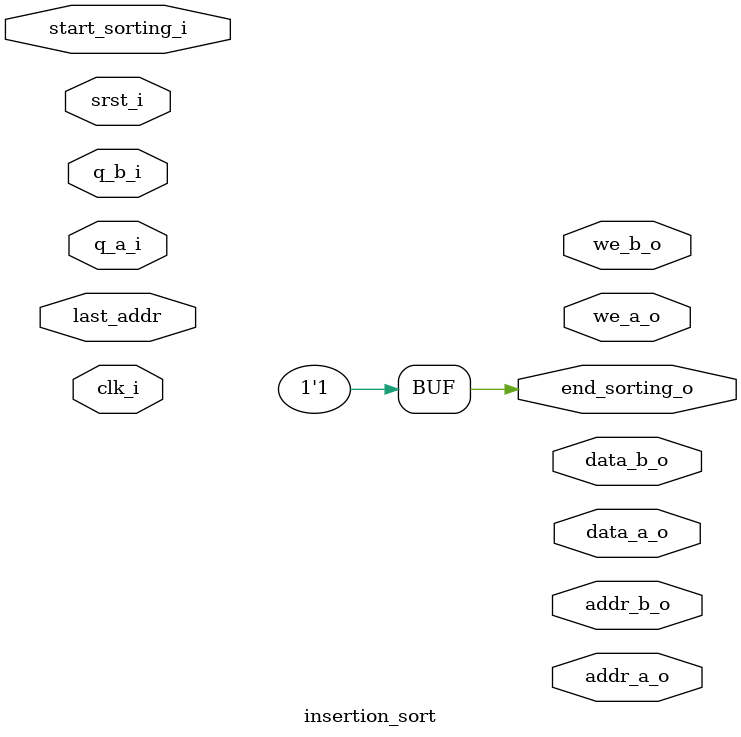
<source format=sv>
module insertion_sort #(
  parameter DWIDTH      = 8,
  parameter MAX_PKT_LEN = 16
)(
  input                             clk_i,
  input                             srst_i,
  // control signals
  input   [$clog2(MAX_PKT_LEN)-1:0] last_addr,
  input                             start_sorting_i,
  output                            end_sorting_o,
  // PORT A
  output  [(DWIDTH-1):0]            data_a_o,
  output  [$clog2(MAX_PKT_LEN)-1:0] addr_a_o,
  output                            we_a_o,
  input   [(DWIDTH-1):0]            q_a_i,
  // PORT B
  output  [(DWIDTH-1):0]            data_b_o,
  output  [$clog2(MAX_PKT_LEN)-1:0] addr_b_o,
  output                            we_b_o,
  input   [(DWIDTH-1):0]            q_b_i

);
  logic need_swap;
  logic [$clog2(MAX_PKT_LEN)-1:0] i;
  logic [$clog2(MAX_PKT_LEN)-1:0] j;

  // logic need_sort;
  // logic need_sort_d;
  
  // always_ff @( posedge clk_i )
  //   if( srst_i )
  //     need_sort <= 1'b0;
  //   else
  //     if( start_sorting_i )
  //       need_sort <= 1'b1;
  //     else
  //       if( i - 1 == last_addr )
  //         need_sort <= 1'b0;
  
  // always_ff @( posedge clk_i )
  //   if( srst_i )
  //     need_sort_d <= 1'b0;
  //   else
  //     need_sort_d <= need_sort;

  
  // // insertion-like sort
  // // for (int i = 0; i <= last_addr; i++)
  // //   for (int j = i; j <= last_addr; j++)
  // //     if (arr[i] > arr[j]) 
  // //       swap(arr[i], arr[j]);


  // always_ff @( posedge clk_i )
  //   if( srst_i )
  //     i <= '0;
  //   else
  //     if( start_sorting_i )
  //       i <= '0;

          

  // always_ff @( posedge clk_i )
  //   if( srst_i )
  //     j <= '0;
  //   else
  //     if( start_sorting_i )
  //       j <= '0;
  //     else
  //       if( need_sort_d && ~need_swap )
  //         j <= ( j == last_addr) ? i + 1 : j + 1;

          

  // assign need_swap =  ( q_a_i < q_b_i );
  // assign end_sorting_o = ~need_sort;

  // assign addr_a_o = i;
  // assign addr_b_o = ( need_sort_d ) ? ( ( need_swap ) ? j - 1 : j ) : j;

  // assign data_a_o = q_b_i;
  // assign data_b_o = q_a_i;

  // assign we_a_o = need_swap && need_sort_d;
  // assign we_b_o = need_swap && need_sort_d; 
 
  assign end_sorting_o = 1'b1;
  

endmodule



  // logic need_swap;
  // logic [$clog2(MAX_PKT_LEN)-1:0] i;
  // logic [$clog2(MAX_PKT_LEN)-1:0] j;

  // logic need_sort;
  // logic need_sort_d;
  
  // always_ff @( posedge clk_i )
  //   if( srst_i )
  //     need_sort <= 1'b0;
  //   else
  //     if( start_sorting_i )
  //       need_sort <= 1'b1;
  //     else
  //       if( i - 1 == last_addr )
  //         need_sort <= 1'b0;
  
  // always_ff @( posedge clk_i )
  //   if( srst_i )
  //     need_sort_d <= 1'b0;
  //   else
  //     need_sort_d <= need_sort;

  
  // // insertion-like sort
  // // for (int i = 0; i <= last_addr; i++)
  // //   for (int j = i; j <= last_addr; j++)
  // //     if (arr[i] > arr[j]) 
  // //       swap(arr[i], arr[j]);


  // always_ff @( posedge clk_i )
  //   if( srst_i )
  //     i <= '0;
  //   else
  //     if( start_sorting_i )
  //       i <= '0;

          

  // always_ff @( posedge clk_i )
  //   if( srst_i )
  //     j <= '0;
  //   else
  //     if( start_sorting_i )
  //       j <= '0;
  //     else
  //       if( need_sort_d && ~need_swap )
  //         j <= ( j == last_addr) ? i + 1 : j + 1;

          

  // assign need_swap =  ( q_a_i < q_b_i );
  // assign end_sorting_o = ~need_sort;

  // assign addr_a_o = i;
  // assign addr_b_o = ( need_sort_d ) ? ( ( need_swap ) ? j - 1 : j ) : j;

  // assign data_a_o = q_b_i;
  // assign data_b_o = q_a_i;

  // assign we_a_o = need_swap;
  // assign we_b_o = need_swap; 
</source>
